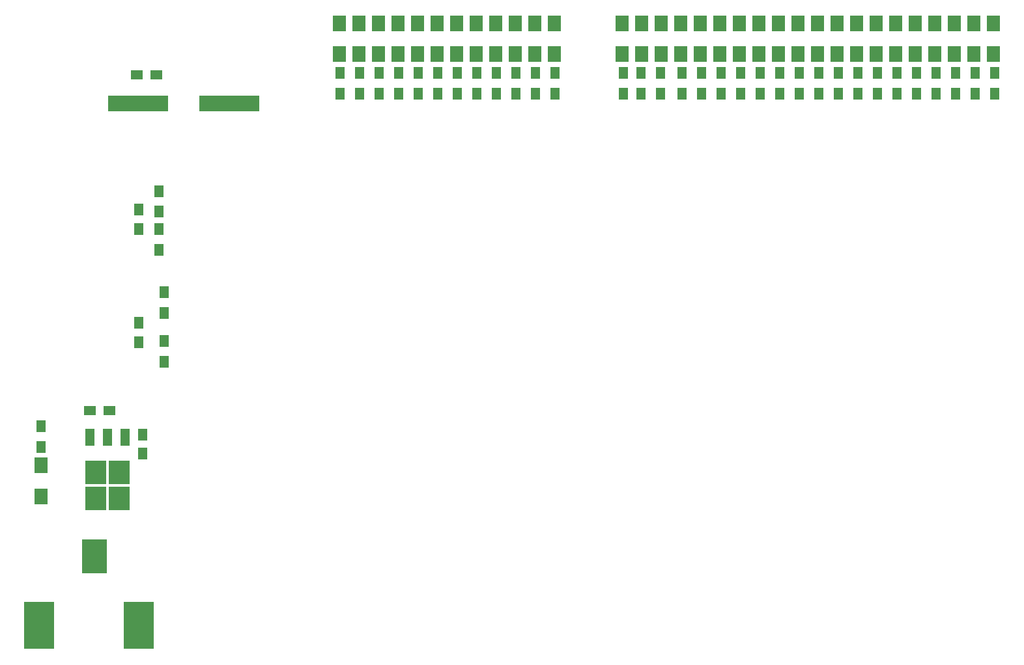
<source format=gbr>
G04 #@! TF.FileFunction,Paste,Top*
%FSLAX46Y46*%
G04 Gerber Fmt 4.6, Leading zero omitted, Abs format (unit mm)*
G04 Created by KiCad (PCBNEW 4.0.3-stable) date 10/01/17 01:55:27*
%MOMM*%
%LPD*%
G01*
G04 APERTURE LIST*
%ADD10C,0.100000*%
%ADD11R,1.700000X2.000000*%
%ADD12R,1.250000X1.500000*%
%ADD13R,1.500000X1.250000*%
%ADD14R,3.300000X4.400000*%
%ADD15R,3.900000X6.200000*%
%ADD16R,1.300000X1.500000*%
%ADD17R,1.200000X2.200000*%
%ADD18R,2.750000X3.050000*%
%ADD19R,7.875000X2.000000*%
G04 APERTURE END LIST*
D10*
D11*
X185274268Y-48672284D03*
X185274268Y-52672284D03*
X164954268Y-48672284D03*
X164954268Y-52672284D03*
X135854168Y-48641108D03*
X135854168Y-52641108D03*
D12*
X91948000Y-90150000D03*
X91948000Y-87650000D03*
X91948000Y-75418000D03*
X91948000Y-72918000D03*
D13*
X94214000Y-55372000D03*
X91714000Y-55372000D03*
D12*
X92456000Y-102148000D03*
X92456000Y-104648000D03*
D13*
X85618000Y-99060000D03*
X88118000Y-99060000D03*
D14*
X86198000Y-118000000D03*
D15*
X79048000Y-127000000D03*
X91948000Y-127000000D03*
D11*
X203054268Y-48672284D03*
X203054268Y-52672284D03*
X182734268Y-48672284D03*
X182734268Y-52672284D03*
X200514268Y-48672284D03*
X200514268Y-52672284D03*
X180194268Y-48672284D03*
X180194268Y-52672284D03*
X197974268Y-48672284D03*
X197974268Y-52672284D03*
X177654268Y-48672284D03*
X177654268Y-52672284D03*
X195434268Y-48672284D03*
X195434268Y-52672284D03*
X175114268Y-48672284D03*
X175114268Y-52672284D03*
X192894268Y-48672284D03*
X192894268Y-52672284D03*
X172574268Y-48672284D03*
X172574268Y-52672284D03*
X190354268Y-48672284D03*
X190354268Y-52672284D03*
X170034268Y-48672284D03*
X170034268Y-52672284D03*
X187814268Y-48672284D03*
X187814268Y-52672284D03*
X167494268Y-48672284D03*
X167494268Y-52672284D03*
X162414268Y-48672284D03*
X162414268Y-52672284D03*
X159874268Y-48672284D03*
X159874268Y-52672284D03*
X133314168Y-48641108D03*
X133314168Y-52641108D03*
X157334268Y-48672284D03*
X157334268Y-52672284D03*
X130774168Y-48641108D03*
X130774168Y-52641108D03*
X154794268Y-48672284D03*
X154794268Y-52672284D03*
X128234168Y-48641108D03*
X128234168Y-52641108D03*
X123154168Y-48641108D03*
X123154168Y-52641108D03*
X125694168Y-48641108D03*
X125694168Y-52641108D03*
X120614168Y-48641108D03*
X120614168Y-52641108D03*
X118074168Y-48641108D03*
X118074168Y-52641108D03*
X146014168Y-48641108D03*
X146014168Y-52641108D03*
X143474168Y-48641108D03*
X143474168Y-52641108D03*
X140934168Y-48641108D03*
X140934168Y-52641108D03*
X138394168Y-48641108D03*
X138394168Y-52641108D03*
X79248000Y-110204000D03*
X79248000Y-106204000D03*
D16*
X94615000Y-73185000D03*
X94615000Y-70485000D03*
X95250000Y-90010000D03*
X95250000Y-92710000D03*
X94615000Y-75405000D03*
X94615000Y-78105000D03*
X95250000Y-83660000D03*
X95250000Y-86360000D03*
X203200000Y-57818000D03*
X203200000Y-55118000D03*
X182880000Y-57818000D03*
X182880000Y-55118000D03*
X200660000Y-57818000D03*
X200660000Y-55118000D03*
X180340000Y-57818000D03*
X180340000Y-55118000D03*
X198120000Y-57818000D03*
X198120000Y-55118000D03*
X177800000Y-57818000D03*
X177800000Y-55118000D03*
X195580000Y-57818000D03*
X195580000Y-55118000D03*
X175260000Y-57818000D03*
X175260000Y-55118000D03*
X193040000Y-57818000D03*
X193040000Y-55118000D03*
X172720000Y-57818000D03*
X172720000Y-55118000D03*
X190500000Y-57818000D03*
X190500000Y-55118000D03*
X170180000Y-57818000D03*
X170180000Y-55118000D03*
X187960000Y-57818000D03*
X187960000Y-55118000D03*
X167640000Y-57818000D03*
X167640000Y-55118000D03*
X185420000Y-57818000D03*
X185420000Y-55118000D03*
X165100000Y-57818000D03*
X165100000Y-55118000D03*
X162560000Y-57818000D03*
X162560000Y-55118000D03*
X135890000Y-57818000D03*
X135890000Y-55118000D03*
X159766000Y-57818000D03*
X159766000Y-55118000D03*
X133350000Y-57818000D03*
X133350000Y-55118000D03*
X157226000Y-57818000D03*
X157226000Y-55118000D03*
X130810000Y-57818000D03*
X130810000Y-55118000D03*
X154940000Y-57818000D03*
X154940000Y-55118000D03*
X128270000Y-57818000D03*
X128270000Y-55118000D03*
X123190000Y-57818000D03*
X123190000Y-55118000D03*
X125730000Y-57818000D03*
X125730000Y-55118000D03*
X120650000Y-57818000D03*
X120650000Y-55118000D03*
X118110000Y-57818000D03*
X118110000Y-55118000D03*
X146050000Y-57818000D03*
X146050000Y-55118000D03*
X143510000Y-57818000D03*
X143510000Y-55118000D03*
X140970000Y-57818000D03*
X140970000Y-55118000D03*
X138430000Y-57818000D03*
X138430000Y-55118000D03*
X79248000Y-103792000D03*
X79248000Y-101092000D03*
D17*
X90164000Y-102489000D03*
X87884000Y-102489000D03*
X85604000Y-102489000D03*
D18*
X86359000Y-110464000D03*
X89409000Y-107114000D03*
X89409000Y-110464000D03*
X86359000Y-107114000D03*
D19*
X91852500Y-59055000D03*
X103727500Y-59055000D03*
M02*

</source>
